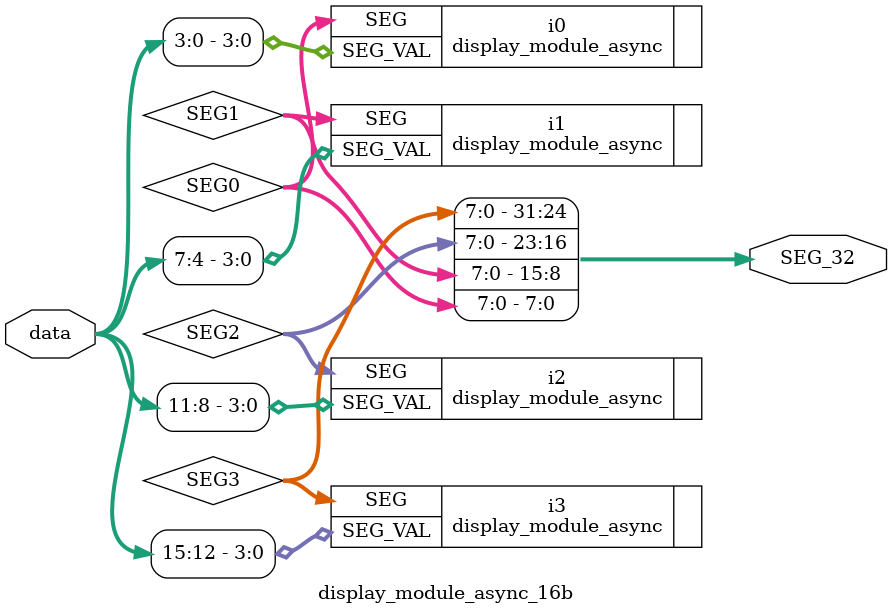
<source format=v>
`timescale 1ps/1ps

module display_module_async_16b
(
  input  wire [15:0] data,
  output wire [31:0] SEG_32
);

wire[7:0] SEG0,SEG1,SEG2,SEG3;

display_module_async
i0
(
  .SEG_VAL (data[3:0]),
  .SEG     (SEG0)
);
display_module_async
i1
(
  .SEG_VAL (data[7:4]),
  .SEG     (SEG1)
);
display_module_async
i2
(
  .SEG_VAL (data[11:8]),
  .SEG     (SEG2)
);
display_module_async
i3
(
  .SEG_VAL (data[15:12]),
  .SEG     (SEG3)
);

assign SEG_32[31:24] = SEG3;
assign SEG_32[23:16] = SEG2;
assign SEG_32[15:8]  = SEG1;
assign SEG_32[7:0]   = SEG0;

endmodule

</source>
